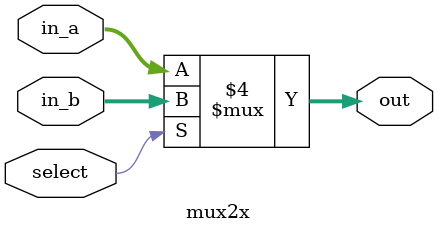
<source format=v>


module mux2x(in_a, in_b, select, out);
	parameter WIDTH = 8;

	input [WIDTH - 1:0] in_a, in_b;
	output reg [WIDTH - 1:0] out;
	input select;

	always @* begin
		if(select == 1) out = in_b;
		else out = in_a;
	end 

endmodule 
</source>
